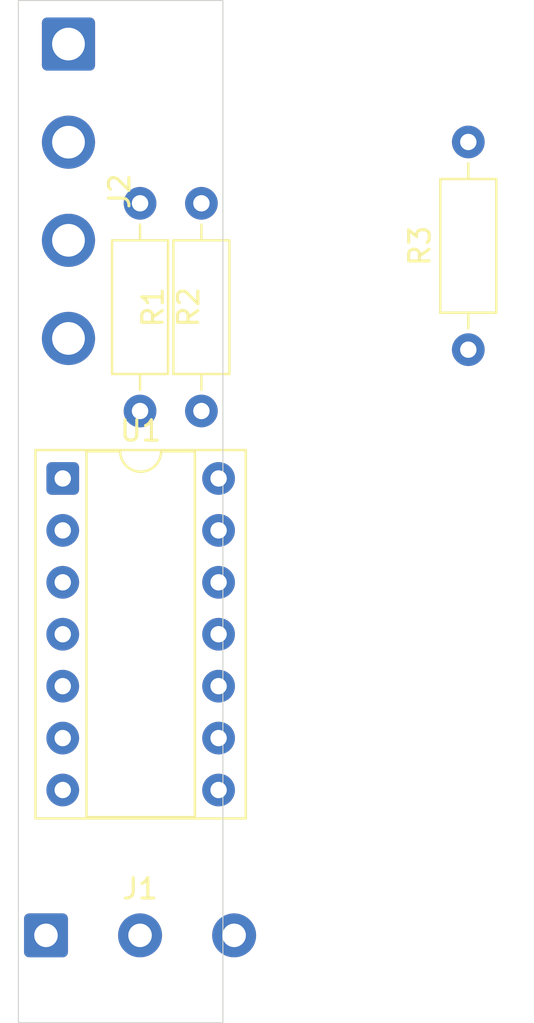
<source format=kicad_pcb>
(kicad_pcb (version 20241229) (generator "pcbnew") (generator_version "9.0")
  (layers (0 "F.Cu" signal) (2 "B.Cu" signal) (13 "F.Paste" user) (15 "B.Paste" user) (5 "F.SilkS" user "F.Silkscreen") (7 "B.SilkS" user "B.Silkscreen") (1 "F.Mask" user) (3 "B.Mask" user) (25 "Edge.Cuts" user))
  (net 0 "")
  (net 1 "Net-(J1-Pin_2)")
  (net 2 "GND")
  (net 3 "VCC")
  (net 4 "Net-(J2-Pin_1)")
  (net 5 "Net-(J2-Pin_4)")
  (net 6 "Net-(R3-Pad2)")
  (footprint "Connector_Wire:SolderWire-0.75sqmm_1x04_P4.8mm_D1.25mm_OD2.3mm" (layer "F.Cu") (at 102.44915 102.13 -90)
    (property "Reference" "J2" (at 7.2 -2.5 90) (layer "F.SilkS"))
    (property "Value" "Conn_01x04_Pin")
    (pad "1" thru_hole roundrect (at 0 0 270) (size 2.6 2.6) (drill 1.6) (layers "*.Cu" "*.Mask") (roundrect_rratio 0.096154) (net 4 "Net-(J2-Pin_1)"))
    (pad "2" thru_hole circle (at 4.8 0 270) (size 2.6 2.6) (drill 1.6) (layers "*.Cu" "*.Mask") (net 2 "GND"))
    (pad "3" thru_hole circle (at 9.6 0 270) (size 2.6 2.6) (drill 1.6) (layers "*.Cu" "*.Mask") (net 2 "GND"))
    (pad "4" thru_hole circle (at 14.4 0 270) (size 2.6 2.6) (drill 1.6) (layers "*.Cu" "*.Mask") (net 5 "Net-(J2-Pin_4)"))
  )
  (footprint "Package_DIP:DIP-14_W7.62mm_Socket" (layer "F.Cu") (at 102.16915 123.38)
    (property "Reference" "U1" (at 3.81 -2.33 0) (layer "F.SilkS"))
    (property "Value" "74LS14")
    (fp_line (start 1.16 -1.33) (end 1.16 16.57) (stroke (width 0.12)) (layer "F.SilkS"))
    (fp_line (start 1.16 16.57) (end 6.46 16.57) (stroke (width 0.12)) (layer "F.SilkS"))
    (fp_line (start 2.81 -1.33) (end 1.16 -1.33) (stroke (width 0.12)) (layer "F.SilkS"))
    (fp_line (start 6.46 -1.33) (end 4.81 -1.33) (stroke (width 0.12)) (layer "F.SilkS"))
    (fp_line (start 6.46 16.57) (end 6.46 -1.33) (stroke (width 0.12)) (layer "F.SilkS"))
    (fp_rect (start -1.33 -1.39) (end 8.95 16.63) (stroke (width 0.12)) (fill no) (layer "F.SilkS"))
    (fp_arc (start 4.81 -1.33) (mid 3.81 -0.33) (end 2.81 -1.33) (stroke (width 0.12)) (layer "F.SilkS"))
    (pad "1" thru_hole roundrect (at 0 0) (size 1.6 1.6) (drill 0.8) (layers "*.Cu" "*.Mask") (roundrect_rratio 0.15625) (net 4 "Net-(J2-Pin_1)"))
    (pad "2" thru_hole circle (at 0 2.54) (size 1.6 1.6) (drill 0.8) (layers "*.Cu" "*.Mask") (net 1 "Net-(J1-Pin_2)"))
    (pad "3" thru_hole circle (at 0 5.08) (size 1.6 1.6) (drill 0.8) (layers "*.Cu" "*.Mask") (net 6 "Net-(R3-Pad2)"))
    (pad "4" thru_hole circle (at 0 7.62) (size 1.6 1.6) (drill 0.8) (layers "*.Cu" "*.Mask"))
    (pad "5" thru_hole circle (at 0 10.16) (size 1.6 1.6) (drill 0.8) (layers "*.Cu" "*.Mask") (net 6 "Net-(R3-Pad2)"))
    (pad "6" thru_hole circle (at 0 12.7) (size 1.6 1.6) (drill 0.8) (layers "*.Cu" "*.Mask"))
    (pad "7" thru_hole circle (at 0 15.24) (size 1.6 1.6) (drill 0.8) (layers "*.Cu" "*.Mask") (net 2 "GND"))
    (pad "8" thru_hole circle (at 7.62 15.24) (size 1.6 1.6) (drill 0.8) (layers "*.Cu" "*.Mask"))
    (pad "9" thru_hole circle (at 7.62 12.7) (size 1.6 1.6) (drill 0.8) (layers "*.Cu" "*.Mask") (net 6 "Net-(R3-Pad2)"))
    (pad "10" thru_hole circle (at 7.62 10.16) (size 1.6 1.6) (drill 0.8) (layers "*.Cu" "*.Mask"))
    (pad "11" thru_hole circle (at 7.62 7.62) (size 1.6 1.6) (drill 0.8) (layers "*.Cu" "*.Mask") (net 6 "Net-(R3-Pad2)"))
    (pad "12" thru_hole circle (at 7.62 5.08) (size 1.6 1.6) (drill 0.8) (layers "*.Cu" "*.Mask"))
    (pad "13" thru_hole circle (at 7.62 2.54) (size 1.6 1.6) (drill 0.8) (layers "*.Cu" "*.Mask") (net 6 "Net-(R3-Pad2)"))
    (pad "14" thru_hole circle (at 7.62 0) (size 1.6 1.6) (drill 0.8) (layers "*.Cu" "*.Mask") (net 3 "VCC"))
  )
  (footprint "Resistor_THT:R_Axial_DIN0207_L6.3mm_D2.5mm_P10.16mm_Horizontal" (layer "F.Cu") (at 122 117.08 90)
    (property "Reference" "R3" (at 5.08 -2.37 90) (layer "F.SilkS"))
    (property "Value" "1k")
    (fp_line (start 9.12 0) (end 8.35 0) (stroke (width 0.12)) (layer "F.SilkS"))
    (fp_line (start 1.04 0) (end 1.81 0) (stroke (width 0.12)) (layer "F.SilkS"))
    (fp_rect (start 1.81 -1.37) (end 8.35 1.37) (stroke (width 0.12)) (fill no) (layer "F.SilkS"))
    (pad "1" thru_hole circle (at 0 0 90) (size 1.6 1.6) (drill 0.8) (layers "*.Cu" "*.Mask") (net 3 "VCC"))
    (pad "2" thru_hole circle (at 10.16 0 90) (size 1.6 1.6) (drill 0.8) (layers "*.Cu" "*.Mask") (net 6 "Net-(R3-Pad2)"))
  )
  (footprint "Resistor_THT:R_Axial_DIN0207_L6.3mm_D2.5mm_P10.16mm_Horizontal" (layer "F.Cu") (at 105.94915 109.92 -90)
    (property "Reference" "R2" (at 5.08 -2.37 270) (layer "F.SilkS"))
    (property "Value" "47k")
    (fp_line (start 1.04 0) (end 1.81 0) (stroke (width 0.12)) (layer "F.SilkS"))
    (fp_line (start 9.12 0) (end 8.35 0) (stroke (width 0.12)) (layer "F.SilkS"))
    (fp_rect (start 1.81 -1.37) (end 8.35 1.37) (stroke (width 0.12)) (fill no) (layer "F.SilkS"))
    (pad "1" thru_hole circle (at 0 0 270) (size 1.6 1.6) (drill 0.8) (layers "*.Cu" "*.Mask") (net 3 "VCC"))
    (pad "2" thru_hole circle (at 10.16 0 270) (size 1.6 1.6) (drill 0.8) (layers "*.Cu" "*.Mask") (net 4 "Net-(J2-Pin_1)"))
  )
  (footprint "Connector_Wire:SolderWire-0.5sqmm_1x03_P4.6mm_D0.9mm_OD2.1mm" (layer "F.Cu") (at 101.34915 145.73)
    (property "Reference" "J1" (at 4.6 -2.28 0) (layer "F.SilkS"))
    (property "Value" "Conn_01x03_Pin")
    (pad "1" thru_hole roundrect (at 0 0) (size 2.15 2.15) (drill 1.15) (layers "*.Cu" "*.Mask") (roundrect_rratio 0.116279) (net 2 "GND"))
    (pad "2" thru_hole circle (at 4.6 0) (size 2.15 2.15) (drill 1.15) (layers "*.Cu" "*.Mask") (net 1 "Net-(J1-Pin_2)"))
    (pad "3" thru_hole circle (at 9.2 0) (size 2.15 2.15) (drill 1.15) (layers "*.Cu" "*.Mask") (net 3 "VCC"))
  )
  (footprint "Resistor_THT:R_Axial_DIN0207_L6.3mm_D2.5mm_P10.16mm_Horizontal" (layer "F.Cu") (at 108.94915 120.08 90)
    (property "Reference" "R1" (at 5.08 -2.37 90) (layer "F.SilkS"))
    (property "Value" "240")
    (fp_line (start 9.12 0) (end 8.35 0) (stroke (width 0.12)) (layer "F.SilkS"))
    (fp_line (start 1.04 0) (end 1.81 0) (stroke (width 0.12)) (layer "F.SilkS"))
    (fp_rect (start 1.81 -1.37) (end 8.35 1.37) (stroke (width 0.12)) (fill no) (layer "F.SilkS"))
    (pad "1" thru_hole circle (at 0 0 90) (size 1.6 1.6) (drill 0.8) (layers "*.Cu" "*.Mask") (net 3 "VCC"))
    (pad "2" thru_hole circle (at 10.16 0 90) (size 1.6 1.6) (drill 0.8) (layers "*.Cu" "*.Mask") (net 5 "Net-(J2-Pin_4)"))
  )
  (gr_rect (start 100 100) (end 110 150) (stroke (width 0.05)) (fill no) (layer "Edge.Cuts"))
)
</source>
